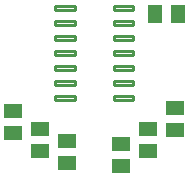
<source format=gbp>
G04 EAGLE Gerber RS-274X export*
G75*
%MOMM*%
%FSLAX34Y34*%
%LPD*%
%INBottom Paste*%
%IPPOS*%
%AMOC8*
5,1,8,0,0,1.08239X$1,22.5*%
G01*
%ADD10R,1.300000X1.500000*%
%ADD11R,1.500000X1.300000*%
%ADD12C,0.295000*%


D10*
X203860Y172720D03*
X222860Y172720D03*
D11*
X220980Y74320D03*
X220980Y93320D03*
X198120Y56540D03*
X198120Y75540D03*
X175260Y43840D03*
X175260Y62840D03*
X129540Y46380D03*
X129540Y65380D03*
X106680Y56540D03*
X106680Y75540D03*
X83820Y71780D03*
X83820Y90780D03*
D12*
X168925Y179275D02*
X185475Y179275D01*
X185475Y176325D01*
X168925Y176325D01*
X168925Y179275D01*
X168925Y179127D02*
X185475Y179127D01*
X185475Y166575D02*
X168925Y166575D01*
X185475Y166575D02*
X185475Y163625D01*
X168925Y163625D01*
X168925Y166575D01*
X168925Y166427D02*
X185475Y166427D01*
X185475Y153875D02*
X168925Y153875D01*
X185475Y153875D02*
X185475Y150925D01*
X168925Y150925D01*
X168925Y153875D01*
X168925Y153727D02*
X185475Y153727D01*
X185475Y141175D02*
X168925Y141175D01*
X185475Y141175D02*
X185475Y138225D01*
X168925Y138225D01*
X168925Y141175D01*
X168925Y141027D02*
X185475Y141027D01*
X185475Y128475D02*
X168925Y128475D01*
X185475Y128475D02*
X185475Y125525D01*
X168925Y125525D01*
X168925Y128475D01*
X168925Y128327D02*
X185475Y128327D01*
X185475Y115775D02*
X168925Y115775D01*
X185475Y115775D02*
X185475Y112825D01*
X168925Y112825D01*
X168925Y115775D01*
X168925Y115627D02*
X185475Y115627D01*
X185475Y103075D02*
X168925Y103075D01*
X185475Y103075D02*
X185475Y100125D01*
X168925Y100125D01*
X168925Y103075D01*
X168925Y102927D02*
X185475Y102927D01*
X135875Y103075D02*
X119325Y103075D01*
X135875Y103075D02*
X135875Y100125D01*
X119325Y100125D01*
X119325Y103075D01*
X119325Y102927D02*
X135875Y102927D01*
X135875Y115775D02*
X119325Y115775D01*
X135875Y115775D02*
X135875Y112825D01*
X119325Y112825D01*
X119325Y115775D01*
X119325Y115627D02*
X135875Y115627D01*
X135875Y128475D02*
X119325Y128475D01*
X135875Y128475D02*
X135875Y125525D01*
X119325Y125525D01*
X119325Y128475D01*
X119325Y128327D02*
X135875Y128327D01*
X135875Y141175D02*
X119325Y141175D01*
X135875Y141175D02*
X135875Y138225D01*
X119325Y138225D01*
X119325Y141175D01*
X119325Y141027D02*
X135875Y141027D01*
X135875Y153875D02*
X119325Y153875D01*
X135875Y153875D02*
X135875Y150925D01*
X119325Y150925D01*
X119325Y153875D01*
X119325Y153727D02*
X135875Y153727D01*
X135875Y166575D02*
X119325Y166575D01*
X135875Y166575D02*
X135875Y163625D01*
X119325Y163625D01*
X119325Y166575D01*
X119325Y166427D02*
X135875Y166427D01*
X135875Y179275D02*
X119325Y179275D01*
X135875Y179275D02*
X135875Y176325D01*
X119325Y176325D01*
X119325Y179275D01*
X119325Y179127D02*
X135875Y179127D01*
M02*

</source>
